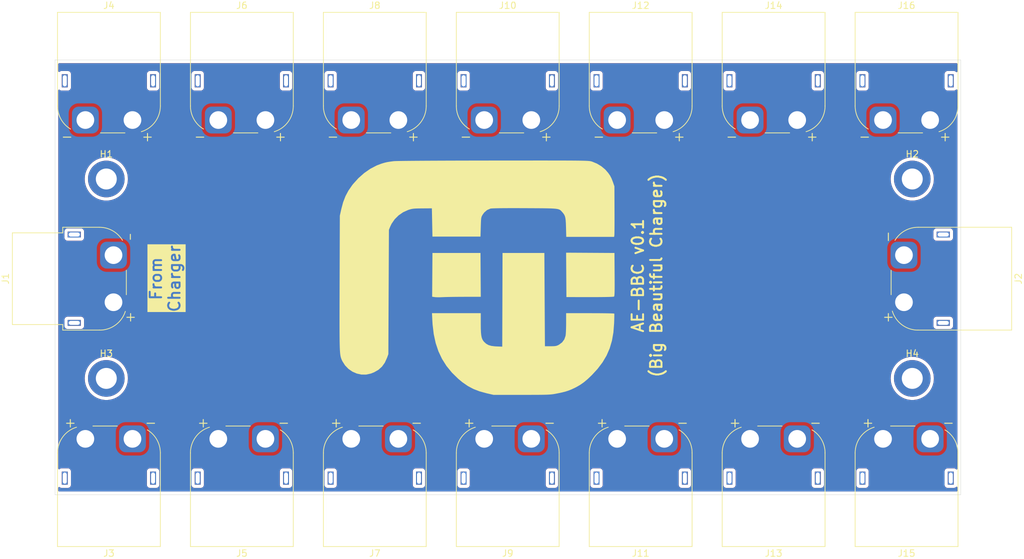
<source format=kicad_pcb>
(kicad_pcb (version 20240108) (generator "pcbnew") (generator_version "8.0")
  (title_block (date "2024-09-04"))
  (layers (0 "F.Cu" signal) (31 "B.Cu" signal) (34 "B.Paste" user) (35 "F.Paste" user) (36 "B.SilkS" user "B.Silkscreen") (37 "F.SilkS" user "F.Silkscreen") (38 "B.Mask" user) (39 "F.Mask" user) (44 "Edge.Cuts" user))
  (net 0 "")
  (net 1 "Net-(J1-Pin_1)")
  (net 2 "Net-(J1-Pin_2)")
  (footprint "Acea:AMASS_XT60PW-M_1x02_P7.20mm_Horizontal" (layer "F.Cu") (at 247.84 166.720001 180)
    (property "Reference" "J13" (at 3.6 -17.5 180) (layer "F.SilkS"))
    (property "Value" "Conn_01x02_Pin")
    (fp_line (start 11.46 -16.46) (end 11.46 -2.15) (stroke (width 0.12)) (layer "F.SilkS"))
    (fp_line (start 2.31 1.96) (end 6.05 1.96) (stroke (width 0.12)) (layer "F.SilkS"))
    (fp_line (start -4.26 -16.460001) (end 11.46 -16.46) (stroke (width 0.12)) (layer "F.SilkS"))
    (fp_line (start -4.26 -16.460001) (end -4.259999 -2.15) (stroke (width 0.12)) (layer "F.SilkS"))
    (fp_arc (start 11.46 -2.15) (mid 10.653852 0.294722) (end 8.551648 1.780413) (stroke (width 0.12)) (layer "F.SilkS"))
    (fp_arc (start -2.266806 1.372958) (mid -3.727162 -0.126139) (end -4.259999 -2.15) (stroke (width 0.12)) (layer "F.SilkS"))
    (fp_text user "+" (at 9.499999 2.5 180) (layer "F.SilkS") (effects (font (size 1.5 1.5))))
    (fp_text user "-" (at -2.8 2.5 180) (layer "F.SilkS") (effects (font (size 1.5 1.5))))
    (pad "" thru_hole rect (at -3.15 -6 180) (size 0.9 2) (drill oval 0.6 1.7) (layers "*.Cu" "*.Mask"))
    (pad "" thru_hole rect (at 10.35 -6 180) (size 0.9 2) (drill oval 0.6 1.7) (layers "*.Cu" "*.Mask"))
    (pad "1" thru_hole roundrect (at 0 0 180) (size 4.1 4.1) (drill 2.7) (layers "*.Cu" "*.Mask") (net 1 "Net-(J1-Pin_1)"))
    (pad "2" thru_hole circle (at 7.2 0 180) (size 4.1 4.1) (drill 2.7) (layers "*.Cu" "*.Mask") (net 2 "Net-(J1-Pin_2)"))
  )
  (footprint "Acea:AMASS_XT60PW-M_1x02_P7.20mm_Horizontal" (layer "F.Cu") (at 207.2 166.72 180)
    (property "Reference" "J9" (at 3.6 -17.5 180) (layer "F.SilkS"))
    (property "Value" "Conn_01x02_Pin")
    (fp_line (start 11.46 -16.46) (end 11.46 -2.15) (stroke (width 0.12)) (layer "F.SilkS"))
    (fp_line (start 2.31 1.96) (end 6.05 1.96) (stroke (width 0.12)) (layer "F.SilkS"))
    (fp_line (start -4.26 -16.460001) (end 11.46 -16.46) (stroke (width 0.12)) (layer "F.SilkS"))
    (fp_line (start -4.26 -16.460001) (end -4.259999 -2.15) (stroke (width 0.12)) (layer "F.SilkS"))
    (fp_arc (start 11.46 -2.15) (mid 10.653852 0.294722) (end 8.551648 1.780413) (stroke (width 0.12)) (layer "F.SilkS"))
    (fp_arc (start -2.266806 1.372958) (mid -3.727162 -0.126139) (end -4.259999 -2.15) (stroke (width 0.12)) (layer "F.SilkS"))
    (fp_text user "-" (at -2.8 2.5 180) (layer "F.SilkS") (effects (font (size 1.5 1.5))))
    (fp_text user "+" (at 9.499999 2.5 180) (layer "F.SilkS") (effects (font (size 1.5 1.5))))
    (pad "" thru_hole rect (at -3.15 -6 180) (size 0.9 2) (drill oval 0.6 1.7) (layers "*.Cu" "*.Mask"))
    (pad "" thru_hole rect (at 10.35 -6 180) (size 0.9 2) (drill oval 0.6 1.7) (layers "*.Cu" "*.Mask"))
    (pad "1" thru_hole roundrect (at 0 0 180) (size 4.1 4.1) (drill 2.7) (layers "*.Cu" "*.Mask") (net 1 "Net-(J1-Pin_1)"))
    (pad "2" thru_hole circle (at 7.2 0 180) (size 4.1 4.1) (drill 2.7) (layers "*.Cu" "*.Mask") (net 2 "Net-(J1-Pin_2)"))
  )
  (footprint "MountingHole:MountingHole_3.2mm_M3_DIN965_Pad" (layer "F.Cu") (at 265.43 127)
    (property "Reference" "H2" (at 0 -3.8 0) (layer "F.SilkS"))
    (property "Value" "MountingHole")
    (pad "1" thru_hole circle (at 0 0) (size 5.6 5.6) (drill 3.2) (layers "*.Cu" "*.Mask"))
  )
  (footprint "Acea:AMASS_XT60PW-M_1x02_P7.20mm_Horizontal" (layer "F.Cu") (at 159.360001 117.990001)
    (property "Reference" "J6" (at 3.6 -17.5 0) (layer "F.SilkS"))
    (property "Value" "Conn_01x02_Pin")
    (fp_line (start -4.26 -16.460001) (end -4.259999 -2.15) (stroke (width 0.12)) (layer "F.SilkS"))
    (fp_line (start -4.26 -16.460001) (end 11.46 -16.46) (stroke (width 0.12)) (layer "F.SilkS"))
    (fp_line (start 2.31 1.96) (end 6.05 1.96) (stroke (width 0.12)) (layer "F.SilkS"))
    (fp_line (start 11.46 -16.46) (end 11.46 -2.15) (stroke (width 0.12)) (layer "F.SilkS"))
    (fp_arc (start -2.266806 1.372958) (mid -3.727162 -0.126139) (end -4.259999 -2.15) (stroke (width 0.12)) (layer "F.SilkS"))
    (fp_arc (start 11.46 -2.15) (mid 10.653852 0.294722) (end 8.551648 1.780413) (stroke (width 0.12)) (layer "F.SilkS"))
    (fp_text user "+" (at 9.499999 2.5 0) (layer "F.SilkS") (effects (font (size 1.5 1.5))))
    (fp_text user "-" (at -2.8 2.5 0) (layer "F.SilkS") (effects (font (size 1.5 1.5))))
    (pad "" thru_hole rect (at -3.15 -6) (size 0.9 2) (drill oval 0.6 1.7) (layers "*.Cu" "*.Mask"))
    (pad "" thru_hole rect (at 10.35 -6) (size 0.9 2) (drill oval 0.6 1.7) (layers "*.Cu" "*.Mask"))
    (pad "1" thru_hole roundrect (at 0 0) (size 4.1 4.1) (drill 2.7) (layers "*.Cu" "*.Mask") (net 1 "Net-(J1-Pin_1)"))
    (pad "2" thru_hole circle (at 7.2 0) (size 4.1 4.1) (drill 2.7) (layers "*.Cu" "*.Mask") (net 2 "Net-(J1-Pin_2)"))
  )
  (footprint "MountingHole:MountingHole_3.2mm_M3_DIN965_Pad" (layer "F.Cu") (at 265.43 157.48)
    (property "Reference" "H4" (at 0 -3.8 0) (layer "F.SilkS"))
    (property "Value" "MountingHole")
    (pad "1" thru_hole circle (at 0 0) (size 5.6 5.6) (drill 3.2) (layers "*.Cu" "*.Mask"))
  )
  (footprint "MountingHole:MountingHole_3.2mm_M3_DIN965_Pad" (layer "F.Cu") (at 142.24 127)
    (property "Reference" "H1" (at 0 -3.8 0) (layer "F.SilkS"))
    (property "Value" "MountingHole")
    (pad "1" thru_hole circle (at 0 0) (size 5.6 5.6) (drill 3.2) (layers "*.Cu" "*.Mask"))
  )
  (footprint "Acea:ae_40mm" (layer "F.Cu") (at 199.39 142.24 90)
    (property "Reference" "G***" (hide yes))
    (property "Value" "LOGO" (hide yes))
    (fp_poly (pts (xy 3.930952 -7.30034) (xy 3.930952 0.043197) (xy 0.583163 0.06581) (xy -2.764626 0.088424) (xy -2.768722 -2.396434) (xy -2.771539 -3.086583) (xy -2.777393 -3.766435) (xy -2.785774 -4.403427) (xy -2.796176 -4.964998) (xy -2.808087 -5.41859) (xy -2.820868 -5.729377) (xy -2.83617 -6.14572) (xy -2.836539 -6.543643) (xy -2.822461 -6.860562) (xy -2.811327 -6.961509) (xy -2.753736 -7.345556)) (fill solid) (layer "F.SilkS"))
    (fp_poly (pts (xy 3.930952 20.518707) (xy 0.639584 20.543493) (xy -0.238036 20.548966) (xy -0.957034 20.55066) (xy -1.531546 20.548215) (xy -1.975704 20.541267) (xy -2.303644 20.529455) (xy -2.5295 20.512417) (xy -2.667405 20.489793) (xy -2.731496 20.461218) (xy -2.735105 20.457098) (xy -2.755697 20.343505) (xy -2.773554 20.069034) (xy -2.788425 19.645583) (xy -2.800059 19.085048) (xy -2.808204 18.399323) (xy -2.812611 17.600305) (xy -2.813124 16.760544) (xy -2.807823 13.17517) (xy 0.584091 13.152568) (xy 3.976006 13.129965)) (fill solid) (layer "F.SilkS"))
    (fp_poly (pts (xy -5.270068 0.086395) (xy -6.895884 0.086395) (xy -7.612413 0.092764) (xy -8.181327 0.1149) (xy -8.627432 0.157344) (xy -8.97554 0.224636) (xy -9.250457 0.321318) (xy -9.476993 0.451932) (xy -9.646652 0.589917) (xy -9.937415 0.906657) (xy -10.13983 1.260624) (xy -10.268284 1.6905) (xy -10.337165 2.234977) (xy -10.350851 2.483342) (xy -10.386908 3.368385) (xy 3.930952 3.412585) (xy 3.930952 9.805782) (xy -3.196599 9.84898) (xy -10.32415 9.892177) (xy -10.322777 10.756122) (xy -10.317574 11.168588) (xy -10.297222 11.459141) (xy -10.252271 11.678561) (xy -10.173269 11.87763) (xy -10.081598 12.052041) (xy -9.729111 12.521279) (xy -9.273144 12.855833) (xy -8.728179 13.045122) (xy -8.720421 13.046608) (xy -8.481923 13.075258) (xy -8.110668 13.099815) (xy -7.646675 13.118528) (xy -7.12996 13.129645) (xy -6.770181 13.131973) (xy -5.270068 13.131973) (xy -5.270068 16.798643) (xy -5.271545 17.577031) (xy -5.275765 18.30034) (xy -5.282416 18.950635) (xy -5.291182 19.509981) (xy -5.301748 19.960442) (xy -5.313799 20.284083) (xy -5.327024 20.462968) (xy -5.334864 20.493249) (xy -5.438907 20.499472) (xy -5.685398 20.498866) (xy -6.044151 20.491959) (xy -6.484982 20.479276) (xy -6.82517 20.467284) (xy -8.208295 20.358729) (xy -9.474846 20.136584) (xy -10.645805 19.791824) (xy -11.742159 19.315425) (xy -12.784888 18.69836) (xy -13.794978 17.931605) (xy -14.73407 17.065687) (xy -15.335868 16.435782) (xy -15.822102 15.856303) (xy -16.22343 15.28561) (xy -16.570509 14.682062) (xy -16.739686 14.341497) (xy -16.941658 13.897651) (xy -17.103081 13.491317) (xy -17.238095 13.076418) (xy -17.36084 12.60688) (xy -17.485455 12.036628) (xy -17.55702 11.678188) (xy -17.60171 11.443258) (xy -17.639087 11.223767) (xy -17.669804 11.00209) (xy -17.694512 10.760603) (xy -17.713862 10.481684) (xy -17.728507 10.147709) (xy -17.739099 9.741051) (xy -17.746289 9.24409) (xy -17.750729 8.639201) (xy -17.753071 7.90876) (xy -17.753966 7.035143) (xy -17.754082 6.35) (xy -17.754082 2.030272) (xy -17.508009 0.958654) (xy -17.219713 -0.097563) (xy -16.859053 -1.033363) (xy -16.402917 -1.89395) (xy -15.828189 -2.72453) (xy -15.29789 -3.363482) (xy -14.351507 -4.32981) (xy -13.343615 -5.152413) (xy -12.263336 -5.836136) (xy -11.099791 -6.385818) (xy -9.8421 -6.806302) (xy -8.479383 -7.102431) (xy -7.000762 -7.279047) (xy -6.419136 -7.315217) (xy -5.270068 -7.370325)) (fill solid) (layer "F.SilkS"))
    (fp_poly (pts (xy -5.039091 -21.502218) (xy -3.766631 -21.49933) (xy -2.341176 -21.495195) (xy -0.753141 -21.490085) (xy -0.644583 -21.489727) (xy 9.632993 -21.455819) (xy 10.626531 -21.235875) (xy 11.677108 -20.95524) (xy 12.609134 -20.597302) (xy 13.467435 -20.14101) (xy 14.296837 -19.565312) (xy 14.46298 -19.434163) (xy 15.363759 -18.622189) (xy 16.149247 -17.734302) (xy 16.803762 -16.792133) (xy 17.311622 -15.817311) (xy 17.560242 -15.162245) (xy 17.672952 -14.802725) (xy 17.75603 -14.502985) (xy 17.820398 -14.210514) (xy 17.876983 -13.8728) (xy 17.936707 -13.437332) (xy 17.964634 -13.218366) (xy 17.97456 -13.053417) (xy 17.984178 -12.723097) (xy 17.993444 -12.234824) (xy 18.002309 -11.596018) (xy 18.01073 -10.814097) (xy 18.018659 -9.89648) (xy 18.026049 -8.850583) (xy 18.032856 -7.683829) (xy 18.039032 -6.403633) (xy 18.044531 -5.017414) (xy 18.049308 -3.532591) (xy 18.053316 -1.956582) (xy 18.056508 -0.296806) (xy 18.058839 1.439318) (xy 18.059375 1.987075) (xy 18.061016 3.84464) (xy 18.062405 5.5374) (xy 18.063455 7.073338) (xy 18.064079 8.460438) (xy 18.064189 9.706683) (xy 18.063698 10.820056) (xy 18.062518 11.808542) (xy 18.060562 12.680123) (xy 18.057743 13.442784) (xy 18.053974 14.104507) (xy 18.049166 14.673277) (xy 18.043232 15.157077) (xy 18.036088 15.56389) (xy 18.027642 15.901702) (xy 18.01781 16.178491) (xy 18.006502 16.402246) (xy 17.993632 16.580948) (xy 17.979113 16.722582) (xy 17.962857 16.835131) (xy 17.944776 16.926577) (xy 17.924784 17.004905) (xy 17.902793 17.078099) (xy 17.893927 17.106122) (xy 17.595361 17.832749) (xy 17.187495 18.513057) (xy 16.704864 19.091539) (xy 16.590677 19.200913) (xy 16.150752 19.578045) (xy 15.746668 19.857486) (xy 15.310745 20.079886) (xy 14.796669 20.278445) (xy 14.12551 20.513206) (xy 10.496939 20.52819) (xy 9.712969 20.530481) (xy 8.975921 20.530823) (xy 8.305231 20.52934) (xy 7.720342 20.526154) (xy 7.240689 20.52139) (xy 6.885709 20.515171) (xy 6.674843 20.507621) (xy 6.630782 20.503603) (xy 6.393196 20.464033) (xy 6.393196 13.151911) (xy 7.840306 13.114221) (xy 8.451797 13.09374) (xy 8.921288 13.063417) (xy 9.27955 13.015813) (xy 9.557355 12.943486) (xy 9.785475 12.838995) (xy 9.994684 12.694898) (xy 10.161574 12.552874) (xy 10.284016 12.444432) (xy 10.388383 12.346533) (xy 10.476184 12.245162) (xy 10.548927 12.1263) (xy 10.60812 11.975929) (xy 10.655272 11.780034) (xy 10.691892 11.524595) (xy 10.719487 11.195596) (xy 10.739565 10.779018) (xy 10.753636 10.260846) (xy 10.763207 9.62706) (xy 10.769786 8.863644) (xy 10.774883 7.956581) (xy 10.780005 6.891852) (xy 10.780451 6.801343) (xy 10.784679 5.610901) (xy 10.784895 4.563913) (xy 10.781155 3.664856) (xy 10.773512 2.918208) (xy 10.762022 2.328446) (xy 10.746743 1.900046) (xy 10.727726 1.637486) (xy 10.715839 1.565923) (xy 10.491134 1.046923) (xy 10.119313 0.616766) (xy 9.810952 0.391464) (xy 9.651807 0.29605) (xy 9.50916 0.226323) (xy 9.351807 0.17727) (xy 9.148544 0.143879) (xy 8.868168 0.121136) (xy 8.479474 0.10403) (xy 7.95126 0.087548) (xy 7.911901 0.086395) (xy 6.436394 0.043197) (xy 6.436394 -7.30034) (xy 8.596258 -7.343537) (xy 10.756122 -7.386735) (xy 10.745691 -8.855442) (xy 10.739778 -9.408725) (xy 10.728203 -9.826824) (xy 10.706721 -10.14734) (xy 10.671085 -10.407873) (xy 10.617049 -10.646023) (xy 10.540365 -10.89939) (xy 10.501763 -11.015306) (xy 10.157305 -11.781927) (xy 9.676606 -12.475826) (xy 9.083503 -13.071345) (xy 8.401837 -13.542827) (xy 7.952914 -13.758481) (xy 7.473129 -13.952721) (xy -2.030273 -13.995918) (xy -11.533674 -14.039116) (xy -12.08044 -14.236713) (xy -12.827633 -14.575606) (xy -13.43797 -15.009596) (xy -13.926769 -15.554457) (xy -14.30935 -16.225962) (xy -14.507789 -16.73622) (xy -14.659201 -17.45056) (xy -14.651532 -18.171873) (xy -14.495819 -18.876849) (xy -14.203094 -19.542172) (xy -13.784393 -20.144532) (xy -13.250749 -20.660616) (xy -12.613198 -21.06711) (xy -12.414125 -21.159591) (xy -12.28576 -21.213206) (xy -12.157791 -21.261272) (xy -12.02063 -21.304058) (xy -11.86469 -21.341834) (xy -11.680385 -21.374869) (xy -11.458128 -21.403431) (xy -11.188332 -21.427788) (xy -10.861411 -21.448212) (xy -10.467776 -21.464971) (xy -9.997841 -21.478331) (xy -9.442023 -21.488564) (xy -8.79073 -21.495938) (xy -8.034377 -21.500721) (xy -7.163377 -21.503183) (xy -6.168144 -21.503593)) (fill solid) (layer "F.SilkS"))
  )
  (footprint "Acea:AMASS_XT60PW-M_1x02_P7.20mm_Horizontal" (layer "F.Cu") (at 264.16 138.64 -90)
    (property "Reference" "J2" (at 3.6 -17.5 -90) (layer "F.SilkS"))
    (property "Value" "Conn_01x02_Pin")
    (fp_line (start 2.31 1.96) (end 6.05 1.96) (stroke (width 0.12)) (layer "F.SilkS"))
    (fp_line (start 11.46 -16.46) (end 11.46 -2.15) (stroke (width 0.12)) (layer "F.SilkS"))
    (fp_line (start -4.26 -16.460001) (end -4.259999 -2.15) (stroke (width 0.12)) (layer "F.SilkS"))
    (fp_line (start -4.26 -16.460001) (end 11.46 -16.46) (stroke (width 0.12)) (layer "F.SilkS"))
    (fp_arc (start -2.266806 1.372958) (mid -3.727162 -0.126139) (end -4.259999 -2.15) (stroke (width 0.12)) (layer "F.SilkS"))
    (fp_arc (start 11.46 -2.15) (mid 10.653852 0.294722) (end 8.551648 1.780413) (stroke (width 0.12)) (layer "F.SilkS"))
    (fp_text user "-" (at -2.8 2.5 -90) (layer "F.SilkS") (effects (font (size 1.5 1.5))))
    (fp_text user "+" (at 9.499999 2.5 -90) (layer "F.SilkS") (effects (font (size 1.5 1.5))))
    (pad "" thru_hole rect (at -3.15 -6 270) (size 0.9 2) (drill oval 0.6 1.7) (layers "*.Cu" "*.Mask"))
    (pad "" thru_hole rect (at 10.35 -6 270) (size 0.9 2) (drill oval 0.6 1.7) (layers "*.Cu" "*.Mask"))
    (pad "1" thru_hole roundrect (at 0 0 270) (size 4.1 4.1) (drill 2.7) (layers "*.Cu" "*.Mask") (net 1 "Net-(J1-Pin_1)"))
    (pad "2" thru_hole circle (at 7.2 0 270) (size 4.1 4.1) (drill 2.7) (layers "*.Cu" "*.Mask") (net 2 "Net-(J1-Pin_2)"))
  )
  (footprint "Acea:AMASS_XT60PW-M_1x02_P7.20mm_Horizontal" (layer "F.Cu") (at 220.32 117.990001)
    (property "Reference" "J12" (at 3.6 -17.5 0) (layer "F.SilkS"))
    (property "Value" "Conn_01x02_Pin")
    (fp_line (start -4.26 -16.460001) (end -4.259999 -2.15) (stroke (width 0.12)) (layer "F.SilkS"))
    (fp_line (start -4.26 -16.460001) (end 11.46 -16.46) (stroke (width 0.12)) (layer "F.SilkS"))
    (fp_line (start 2.31 1.96) (end 6.05 1.96) (stroke (width 0.12)) (layer "F.SilkS"))
    (fp_line (start 11.46 -16.46) (end 11.46 -2.15) (stroke (width 0.12)) (layer "F.SilkS"))
    (fp_arc (start -2.266806 1.372958) (mid -3.727162 -0.126139) (end -4.259999 -2.15) (stroke (width 0.12)) (layer "F.SilkS"))
    (fp_arc (start 11.46 -2.15) (mid 10.653852 0.294722) (end 8.551648 1.780413) (stroke (width 0.12)) (layer "F.SilkS"))
    (fp_text user "-" (at -2.8 2.5 0) (layer "F.SilkS") (effects (font (size 1.5 1.5))))
    (fp_text user "+" (at 9.499999 2.5 0) (layer "F.SilkS") (effects (font (size 1.5 1.5))))
    (pad "" thru_hole rect (at -3.15 -6) (size 0.9 2) (drill oval 0.6 1.7) (layers "*.Cu" "*.Mask"))
    (pad "" thru_hole rect (at 10.35 -6) (size 0.9 2) (drill oval 0.6 1.7) (layers "*.Cu" "*.Mask"))
    (pad "1" thru_hole roundrect (at 0 0) (size 4.1 4.1) (drill 2.7) (layers "*.Cu" "*.Mask") (net 1 "Net-(J1-Pin_1)"))
    (pad "2" thru_hole circle (at 7.2 0) (size 4.1 4.1) (drill 2.7) (layers "*.Cu" "*.Mask") (net 2 "Net-(J1-Pin_2)"))
  )
  (footprint "MountingHole:MountingHole_3.2mm_M3_DIN965_Pad" (layer "F.Cu") (at 142.24 157.48)
    (property "Reference" "H3" (at 0 -3.8 0) (layer "F.SilkS"))
    (property "Value" "MountingHole")
    (pad "1" thru_hole circle (at 0 0) (size 5.6 5.6) (drill 3.2) (layers "*.Cu" "*.Mask"))
  )
  (footprint "Acea:AMASS_XT60PW-M_1x02_P7.20mm_Horizontal" (layer "F.Cu") (at 139.040001 117.990001)
    (property "Reference" "J4" (at 3.6 -17.5 0) (layer "F.SilkS"))
    (property "Value" "Conn_01x02_Pin")
    (fp_line (start -4.26 -16.460001) (end -4.259999 -2.15) (stroke (width 0.12)) (layer "F.SilkS"))
    (fp_line (start -4.26 -16.460001) (end 11.46 -16.46) (stroke (width 0.12)) (layer "F.SilkS"))
    (fp_line (start 2.31 1.96) (end 6.05 1.96) (stroke (width 0.12)) (layer "F.SilkS"))
    (fp_line (start 11.46 -16.46) (end 11.46 -2.15) (stroke (width 0.12)) (layer "F.SilkS"))
    (fp_arc (start -2.266806 1.372958) (mid -3.727162 -0.126139) (end -4.259999 -2.15) (stroke (width 0.12)) (layer "F.SilkS"))
    (fp_arc (start 11.46 -2.15) (mid 10.653852 0.294722) (end 8.551648 1.780413) (stroke (width 0.12)) (layer "F.SilkS"))
    (fp_text user "+" (at 9.499999 2.5 0) (layer "F.SilkS") (effects (font (size 1.5 1.5))))
    (fp_text user "-" (at -2.8 2.5 0) (layer "F.SilkS") (effects (font (size 1.5 1.5))))
    (pad "" thru_hole rect (at -3.15 -6) (size 0.9 2) (drill oval 0.6 1.7) (layers "*.Cu" "*.Mask"))
    (pad "" thru_hole rect (at 10.35 -6) (size 0.9 2) (drill oval 0.6 1.7) (layers "*.Cu" "*.Mask"))
    (pad "1" thru_hole roundrect (at 0 0) (size 4.1 4.1) (drill 2.7) (layers "*.Cu" "*.Mask") (net 1 "Net-(J1-Pin_1)"))
    (pad "2" thru_hole circle (at 7.2 0) (size 4.1 4.1) (drill 2.7) (layers "*.Cu" "*.Mask") (net 2 "Net-(J1-Pin_2)"))
  )
  (footprint "Acea:AMASS_XT60PW-M_1x02_P7.20mm_Horizontal" (layer "F.Cu") (at 260.96 117.99)
    (property "Reference" "J16" (at 3.6 -17.5 0) (layer "F.SilkS"))
    (property "Value" "Conn_01x02_Pin")
    (fp_line (start -4.26 -16.460001) (end -4.259999 -2.15) (stroke (width 0.12)) (layer "F.SilkS"))
    (fp_line (start -4.26 -16.460001) (end 11.46 -16.46) (stroke (width 0.12)) (layer "F.SilkS"))
    (fp_line (start 2.31 1.96) (end 6.05 1.96) (stroke (width 0.12)) (layer "F.SilkS"))
    (fp_line (start 11.46 -16.46) (end 11.46 -2.15) (stroke (width 0.12)) (layer "F.SilkS"))
    (fp_arc (start -2.266806 1.372958) (mid -3.727162 -0.126139) (end -4.259999 -2.15) (stroke (width 0.12)) (layer "F.SilkS"))
    (fp_arc (start 11.46 -2.15) (mid 10.653852 0.294722) (end 8.551648 1.780413) (stroke (width 0.12)) (layer "F.SilkS"))
    (fp_text user "-" (at -2.8 2.5 0) (layer "F.SilkS") (effects (font (size 1.5 1.5))))
    (fp_text user "+" (at 9.499999 2.5 0) (layer "F.SilkS") (effects (font (size 1.5 1.5))))
    (pad "" thru_hole rect (at -3.15 -6) (size 0.9 2) (drill oval 0.6 1.7) (layers "*.Cu" "*.Mask"))
    (pad "" thru_hole rect (at 10.35 -6) (size 0.9 2) (drill oval 0.6 1.7) (layers "*.Cu" "*.Mask"))
    (pad "1" thru_hole roundrect (at 0 0) (size 4.1 4.1) (drill 2.7) (layers "*.Cu" "*.Mask") (net 1 "Net-(J1-Pin_1)"))
    (pad "2" thru_hole circle (at 7.2 0) (size 4.1 4.1) (drill 2.7) (layers "*.Cu" "*.Mask") (net 2 "Net-(J1-Pin_2)"))
  )
  (footprint "Acea:AMASS_XT60PW-M_1x02_P7.20mm_Horizontal" (layer "F.Cu") (at 186.880001 166.720001 180)
    (property "Reference" "J7" (at 3.6 -17.5 180) (layer "F.SilkS"))
    (property "Value" "Conn_01x02_Pin")
    (fp_line (start 11.46 -16.46) (end 11.46 -2.15) (stroke (width 0.12)) (layer "F.SilkS"))
    (fp_line (start 2.31 1.96) (end 6.05 1.96) (stroke (width 0.12)) (layer "F.SilkS"))
    (fp_line (start -4.26 -16.460001) (end 11.46 -16.46) (stroke (width 0.12)) (layer "F.SilkS"))
    (fp_line (start -4.26 -16.460001) (end -4.259999 -2.15) (stroke (width 0.12)) (layer "F.SilkS"))
    (fp_arc (start 11.46 -2.15) (mid 10.653852 0.294722) (end 8.551648 1.780413) (stroke (width 0.12)) (layer "F.SilkS"))
    (fp_arc (start -2.266806 1.372958) (mid -3.727162 -0.126139) (end -4.259999 -2.15) (stroke (width 0.12)) (layer "F.SilkS"))
    (fp_text user "+" (at 9.499999 2.5 180) (layer "F.SilkS") (effects (font (size 1.5 1.5))))
    (fp_text user "-" (at -2.8 2.5 180) (layer "F.SilkS") (effects (font (size 1.5 1.5))))
    (pad "" thru_hole rect (at -3.15 -6 180) (size 0.9 2) (drill oval 0.6 1.7) (layers "*.Cu" "*.Mask"))
    (pad "" thru_hole rect (at 10.35 -6 180) (size 0.9 2) (drill oval 0.6 1.7) (layers "*.Cu" "*.Mask"))
    (pad "1" thru_hole roundrect (at 0 0 180) (size 4.1 4.1) (drill 2.7) (layers "*.Cu" "*.Mask") (net 1 "Net-(J1-Pin_1)"))
    (pad "2" thru_hole circle (at 7.2 0 180) (size 4.1 4.1) (drill 2.7) (layers "*.Cu" "*.Mask") (net 2 "Net-(J1-Pin_2)"))
  )
  (footprint "Acea:AMASS_XT60PW-M_1x02_P7.20mm_Horizontal" (layer "F.Cu") (at 200.000001 117.99)
    (property "Reference" "J10" (at 3.6 -17.5 0) (layer "F.SilkS"))
    (property "Value" "Conn_01x02_Pin")
    (fp_line (start -4.26 -16.460001) (end -4.259999 -2.15) (stroke (width 0.12)) (layer "F.SilkS"))
    (fp_line (start -4.26 -16.460001) (end 11.46 -16.46) (stroke (width 0.12)) (layer "F.SilkS"))
    (fp_line (start 2.31 1.96) (end 6.05 1.96) (stroke (width 0.12)) (layer "F.SilkS"))
    (fp_line (start 11.46 -16.46) (end 11.46 -2.15) (stroke (width 0.12)) (layer "F.SilkS"))
    (fp_arc (start -2.266806 1.372958) (mid -3.727162 -0.126139) (end -4.259999 -2.15) (stroke (width 0.12)) (layer "F.SilkS"))
    (fp_arc (start 11.46 -2.15) (mid 10.653852 0.294722) (end 8.551648 1.780413) (stroke (width 0.12)) (layer "F.SilkS"))
    (fp_text user "+" (at 9.499999 2.5 0) (layer "F.SilkS") (effects (font (size 1.5 1.5))))
    (fp_text user "-" (at -2.8 2.5 0) (layer "F.SilkS") (effects (font (size 1.5 1.5))))
    (pad "" thru_hole rect (at -3.15 -6) (size 0.9 2) (drill oval 0.6 1.7) (layers "*.Cu" "*.Mask"))
    (pad "" thru_hole rect (at 10.35 -6) (size 0.9 2) (drill oval 0.6 1.7) (layers "*.Cu" "*.Mask"))
    (pad "1" thru_hole roundrect (at 0 0) (size 4.1 4.1) (drill 2.7) (layers "*.Cu" "*.Mask") (net 1 "Net-(J1-Pin_1)"))
    (pad "2" thru_hole circle (at 7.2 0) (size 4.1 4.1) (drill 2.7) (layers "*.Cu" "*.Mask") (net 2 "Net-(J1-Pin_2)"))
  )
  (footprint "Acea:AMASS_XT60PW-M_1x02_P7.20mm_Horizontal" (layer "F.Cu") (at 240.640001 117.990001)
    (property "Reference" "J14" (at 3.6 -17.5 0) (layer "F.SilkS"))
    (property "Value" "Conn_01x02_Pin")
    (fp_line (start -4.26 -16.460001) (end -4.259999 -2.15) (stroke (width 0.12)) (layer "F.SilkS"))
    (fp_line (start -4.26 -16.460001) (end 11.46 -16.46) (stroke (width 0.12)) (layer "F.SilkS"))
    (fp_line (start 2.31 1.96) (end 6.05 1.96) (stroke (width 0.12)) (layer "F.SilkS"))
    (fp_line (start 11.46 -16.46) (end 11.46 -2.15) (stroke (width 0.12)) (layer "F.SilkS"))
    (fp_arc (start -2.266806 1.372958) (mid -3.727162 -0.126139) (end -4.259999 -2.15) (stroke (width 0.12)) (layer "F.SilkS"))
    (fp_arc (start 11.46 -2.15) (mid 10.653852 0.294722) (end 8.551648 1.780413) (stroke (width 0.12)) (layer "F.SilkS"))
    (fp_text user "-" (at -2.8 2.5 0) (layer "F.SilkS") (effects (font (size 1.5 1.5))))
    (fp_text user "+" (at 9.499999 2.5 0) (layer "F.SilkS") (effects (font (size 1.5 1.5))))
    (pad "" thru_hole rect (at -3.15 -6) (size 0.9 2) (drill oval 0.6 1.7) (layers "*.Cu" "*.Mask"))
    (pad "" thru_hole rect (at 10.35 -6) (size 0.9 2) (drill oval 0.6 1.7) (layers "*.Cu" "*.Mask"))
    (pad "1" thru_hole roundrect (at 0 0) (size 4.1 4.1) (drill 2.7) (layers "*.Cu" "*.Mask") (net 1 "Net-(J1-Pin_1)"))
    (pad "2" thru_hole circle (at 7.2 0) (size 4.1 4.1) (drill 2.7) (layers "*.Cu" "*.Mask") (net 2 "Net-(J1-Pin_2)"))
  )
  (footprint "Acea:AMASS_XT60PW-F_1x02_P7.20mm_Horizontal" (layer "F.Cu") (at 143.34 138.64 90)
    (property "Reference" "J1" (at -3.6 -16.499999 -90) (layer "F.SilkS"))
    (property "Value" "Conn_01x02_Pin")
    (fp_line (start 3.41 -15.46) (end 3.410001 -7.76) (stroke (width 0.12)) (layer "F.SilkS"))
    (fp_line (start -10.61 -15.46) (end 3.41 -15.46) (stroke (width 0.12)) (layer "F.SilkS"))
    (fp_line (start -10.61 -15.46) (end -10.61 -7.760001) (stroke (width 0.12)) (layer "F.SilkS"))
    (fp_line (start 4.26 -7.760001) (end 4.259999 -2.15) (stroke (width 0.12)) (layer "F.SilkS"))
    (fp_line (start 3.410001 -7.76) (end 4.26 -7.760001) (stroke (width 0.12)) (layer "F.SilkS"))
    (fp_line (start -11.46 -7.76) (end -10.61 -7.760001) (stroke (width 0.12)) (layer "F.SilkS"))
    (fp_line (start -11.46 -7.76) (end -11.46 -2.15) (stroke (width 0.12)) (layer "F.SilkS"))
    (fp_line (start -6.05 1.96) (end -2.31 1.96) (stroke (width 0.12)) (layer "F.SilkS"))
    (fp_arc (start 4.259999 -2.15) (mid 3.727161 -0.126139) (end 2.266806 1.372958) (stroke (width 0.12)) (layer "F.SilkS"))
    (fp_arc (start -8.5899 1.808718) (mid -10.677645 0.302568) (end -11.46 -2.15) (stroke (width 0.12)) (layer "F.SilkS"))
    (fp_text user "+" (at -9.499999 2.5 -90) (layer "F.SilkS") (effects (font (size 1.5 1.5))))
    (fp_text user "-" (at 2.8 2.5 -90) (layer "F.SilkS"))
    (pad "" thru_hole rect (at -10.35 -6 90) (size 0.9 2) (drill oval 0.6 1.7) (layers "*.Cu" "*.Mask"))
    (pad "" thru_hole rect (at 3.15 -6 90) (size 0.9 2) (drill oval 0.6 1.7) (layers "*.Cu" "*.Mask"))
    (pad "1" thru_hole roundrect (at 0 0 90) (size 4.1 4.1) (drill 2.7) (layers "*.Cu" "*.Mask") (net 1 "Net-(J1-Pin_1)"))
    (pad "2" thru_hole circle (at -7.2 0 90) (size 4.1 4.1) (drill 2.7) (layers "*.Cu" "*.Mask") (net 2 "Net-(J1-Pin_2)"))
  )
  (footprint "Acea:AMASS_XT60PW-M_1x02_P7.20mm_Horizontal" (layer "F.Cu") (at 179.68 117.99)
    (property "Reference" "J8" (at 3.6 -17.5 0) (layer "F.SilkS"))
    (property "Value" "Conn_01x02_Pin")
    (fp_line (start -4.26 -16.460001) (end -4.259999 -2.15) (stroke (width 0.12)) (layer "F.SilkS"))
    (fp_line (start -4.26 -16.460001) (end 11.46 -16.46) (stroke (width 0.12)) (layer "F.SilkS"))
    (fp_line (start 2.31 1.96) (end 6.05 1.96) (stroke (width 0.12)) (layer "F.SilkS"))
    (fp_line (start 11.46 -16.46) (end 11.46 -2.15) (stroke (width 0.12)) (layer "F.SilkS"))
    (fp_arc (start -2.266806 1.372958) (mid -3.727162 -0.126139) (end -4.259999 -2.15) (stroke (width 0.12)) (layer "F.SilkS"))
    (fp_arc (start 11.46 -2.15) (mid 10.653852 0.294722) (end 8.551648 1.780413) (stroke (width 0.12)) (layer "F.SilkS"))
    (fp_text user "-" (at -2.8 2.5 0) (layer "F.SilkS") (effects (font (size 1.5 1.5))))
    (fp_text user "+" (at 9.499999 2.5 0) (layer "F.SilkS") (effects (font (size 1.5 1.5))))
    (pad "" thru_hole rect (at -3.15 -6) (size 0.9 2) (drill oval 0.6 1.7) (layers "*.Cu" "*.Mask"))
    (pad "" thru_hole rect (at 10.35 -6) (size 0.9 2) (drill oval 0.6 1.7) (layers "*.Cu" "*.Mask"))
    (pad "1" thru_hole roundrect (at 0 0) (size 4.1 4.1) (drill 2.7) (layers "*.Cu" "*.Mask") (net 1 "Net-(J1-Pin_1)"))
    (pad "2" thru_hole circle (at 7.2 0) (size 4.1 4.1) (drill 2.7) (layers "*.Cu" "*.Mask") (net 2 "Net-(J1-Pin_2)"))
  )
  (footprint "Acea:AMASS_XT60PW-M_1x02_P7.20mm_Horizontal" (layer "F.Cu") (at 146.240001 166.72 180)
    (property "Reference" "J3" (at 3.6 -17.5 180) (layer "F.SilkS"))
    (property "Value" "Conn_01x02_Pin")
    (fp_line (start 11.46 -16.46) (end 11.46 -2.15) (stroke (width 0.12)) (layer "F.SilkS"))
    (fp_line (start 2.31 1.96) (end 6.05 1.96) (stroke (width 0.12)) (layer "F.SilkS"))
    (fp_line (start -4.26 -16.460001) (end 11.46 -16.46) (stroke (width 0.12)) (layer "F.SilkS"))
    (fp_line (start -4.26 -16.460001) (end -4.259999 -2.15) (stroke (width 0.12)) (layer "F.SilkS"))
    (fp_arc (start 11.46 -2.15) (mid 10.653852 0.294722) (end 8.551648 1.780413) (stroke (width 0.12)) (layer "F.SilkS"))
    (fp_arc (start -2.266806 1.372958) (mid -3.727162 -0.126139) (end -4.259999 -2.15) (stroke (width 0.12)) (layer "F.SilkS"))
    (fp_text user "-" (at -2.8 2.5 180) (layer "F.SilkS") (effects (font (size 1.5 1.5))))
    (fp_text user "+" (at 9.499999 2.5 180) (layer "F.SilkS") (effects (font (size 1.5 1.5))))
    (pad "" thru_hole rect (at -3.15 -6 180) (size 0.9 2) (drill oval 0.6 1.7) (layers "*.Cu" "*.Mask"))
    (pad "" thru_hole rect (at 10.35 -6 180) (size 0.9 2) (drill oval 0.6 1.7) (layers "*.Cu" "*.Mask"))
    (pad "1" thru_hole roundrect (at 0 0 180) (size 4.1 4.1) (drill 2.7) (layers "*.Cu" "*.Mask") (net 1 "Net-(J1-Pin_1)"))
    (pad "2" thru_hole circle (at 7.2 0 180) (size 4.1 4.1) (drill 2.7) (layers "*.Cu" "*.Mask") (net 2 "Net-(J1-Pin_2)"))
  )
  (footprint "Acea:AMASS_XT60PW-M_1x02_P7.20mm_Horizontal" (layer "F.Cu") (at 268.16 166.720001 180)
    (property "Reference" "J15" (at 3.6 -17.5 180) (layer "F.SilkS"))
    (property "Value" "Conn_01x02_Pin")
    (fp_line (start 11.46 -16.46) (end 11.46 -2.15) (stroke (width 0.12)) (layer "F.SilkS"))
    (fp_line (start 2.31 1.96) (end 6.05 1.96) (stroke (width 0.12)) (layer "F.SilkS"))
    (fp_line (start -4.26 -16.460001) (end 11.46 -16.46) (stroke (width 0.12)) (layer "F.SilkS"))
    (fp_line (start -4.26 -16.460001) (end -4.259999 -2.15) (stroke (width 0.12)) (layer "F.SilkS"))
    (fp_arc (start 11.46 -2.15) (mid 10.653852 0.294722) (end 8.551648 1.780413) (stroke (width 0.12)) (layer "F.SilkS"))
    (fp_arc (start -2.266806 1.372958) (mid -3.727162 -0.126139) (end -4.259999 -2.15) (stroke (width 0.12)) (layer "F.SilkS"))
    (fp_text user "+" (at 9.499999 2.5 180) (layer "F.SilkS") (effects (font (size 1.5 1.5))))
    (fp_text user "-" (at -2.8 2.5 180) (layer "F.SilkS") (effects (font (size 1.5 1.5))))
    (pad "" thru_hole rect (at -3.15 -6 180) (size 0.9 2) (drill oval 0.6 1.7) (layers "*.Cu" "*.Mask"))
    (pad "" thru_hole rect (at 10.35 -6 180) (size 0.9 2) (drill oval 0.6 1.7) (layers "*.Cu" "*.Mask"))
    (pad "1" thru_hole roundrect (at 0 0 180) (size 4.1 4.1) (drill 2.7) (layers "*.Cu" "*.Mask") (net 1 "Net-(J1-Pin_1)"))
    (pad "2" thru_hole circle (at 7.2 0 180) (size 4.1 4.1) (drill 2.7) (layers "*.Cu" "*.Mask") (net 2 "Net-(J1-Pin_2)"))
  )
  (footprint "Acea:AMASS_XT60PW-M_1x02_P7.20mm_Horizontal" (layer "F.Cu") (at 227.520001 166.72 180)
    (property "Reference" "J11" (at 3.6 -17.5 180) (layer "F.SilkS"))
    (property "Value" "Conn_01x02_Pin")
    (fp_line (start 11.46 -16.46) (end 11.46 -2.15) (stroke (width 0.12)) (layer "F.SilkS"))
    (fp_line (start 2.31 1.96) (end 6.05 1.96) (stroke (width 0.12)) (layer "F.SilkS"))
    (fp_line (start -4.26 -16.460001) (end 11.46 -16.46) (stroke (width 0.12)) (layer "F.SilkS"))
    (fp_line (start -4.26 -16.460001) (end -4.259999 -2.15) (stroke (width 0.12)) (layer "F.SilkS"))
    (fp_arc (start 11.46 -2.15) (mid 10.653852 0.294722) (end 8.551648 1.780413) (stroke (width 0.12)) (layer "F.SilkS"))
    (fp_arc (start -2.266806 1.372958) (mid -3.727162 -0.126139) (end -4.259999 -2.15) (stroke (width 0.12)) (layer "F.SilkS"))
    (fp_text user "+" (at 9.499999 2.5 180) (layer "F.SilkS") (effects (font (size 1.5 1.5))))
    (fp_text user "-" (at -2.8 2.5 180) (layer "F.SilkS") (effects (font (size 1.5 1.5))))
    (pad "" thru_hole rect (at -3.15 -6 180) (size 0.9 2) (drill oval 0.6 1.7) (layers "*.Cu" "*.Mask"))
    (pad "" thru_hole rect (at 10.35 -6 180) (size 0.9 2) (drill oval 0.6 1.7) (layers "*.Cu" "*.Mask"))
    (pad "1" thru_hole roundrect (at 0 0 180) (size 4.1 4.1) (drill 2.7) (layers "*.Cu" "*.Mask") (net 1 "Net-(J1-Pin_1)"))
    (pad "2" thru_hole circle (at 7.2 0 180) (size 4.1 4.1) (drill 2.7) (layers "*.Cu" "*.Mask") (net 2 "Net-(J1-Pin_2)"))
  )
  (footprint "Acea:AMASS_XT60PW-M_1x02_P7.20mm_Horizontal" (layer "F.Cu") (at 166.56 166.720001 180)
    (property "Reference" "J5" (at 3.6 -17.5 180) (layer "F.SilkS"))
    (property "Value" "Conn_01x02_Pin")
    (fp_line (start 11.46 -16.46) (end 11.46 -2.15) (stroke (width 0.12)) (layer "F.SilkS"))
    (fp_line (start 2.31 1.96) (end 6.05 1.96) (stroke (width 0.12)) (layer "F.SilkS"))
    (fp_line (start -4.26 -16.460001) (end 11.46 -16.46) (stroke (width 0.12)) (layer "F.SilkS"))
    (fp_line (start -4.26 -16.460001) (end -4.259999 -2.15) (stroke (width 0.12)) (layer "F.SilkS"))
    (fp_arc (start 11.46 -2.15) (mid 10.653852 0.294722) (end 8.551648 1.780413) (stroke (width 0.12)) (layer "F.SilkS"))
    (fp_arc (start -2.266806 1.372958) (mid -3.727162 -0.126139) (end -4.259999 -2.15) (stroke (width 0.12)) (layer "F.SilkS"))
    (fp_text user "-" (at -2.8 2.5 180) (layer "F.SilkS") (effects (font (size 1.5 1.5))))
    (fp_text user "+" (at 9.499999 2.5 180) (layer "F.SilkS") (effects (font (size 1.5 1.5))))
    (pad "" thru_hole rect (at -3.15 -6 180) (size 0.9 2) (drill oval 0.6 1.7) (layers "*.Cu" "*.Mask"))
    (pad "" thru_hole rect (at 10.35 -6 180) (size 0.9 2) (drill oval 0.6 1.7) (layers "*.Cu" "*.Mask"))
    (pad "1" thru_hole roundrect (at 0 0 180) (size 4.1 4.1) (drill 2.7) (layers "*.Cu" "*.Mask") (net 1 "Net-(J1-Pin_1)"))
    (pad "2" thru_hole circle (at 7.2 0 180) (size 4.1 4.1) (drill 2.7) (layers "*.Cu" "*.Mask") (net 2 "Net-(J1-Pin_2)"))
  )
  (gr_line (start 134.404 175.26) (end 134.404 108.807815) (stroke (width 0.05)) (layer "Edge.Cuts"))
  (gr_line (start 272.834 175.26) (end 272.834 108.807815) (stroke (width 0.05)) (layer "Edge.Cuts"))
  (gr_line (start 134.404 108.807815) (end 272.834 108.807815) (stroke (width 0.05)) (layer "Edge.Cuts"))
  (gr_line (start 134.404 175.26) (end 272.834 175.26) (stroke (width 0.05)) (layer "Edge.Cuts"))
  (gr_text "From\nCharger" (at 153.67 142.24 90) (layer "F.SilkS" knockout) (effects (font (size 1.75 1.75) (thickness 0.3) (bold yes)) (justify bottom)))
  (gr_text "AE-BBC v0.1\n(Big Beautiful Charger)" (at 227.33 141.751382 90) (layer "F.SilkS") (effects (font (size 1.75 1.75) (thickness 0.3) (bold yes)) (justify bottom)))
  (zone (net 1) (net_name "Net-(J1-Pin_1)") (layer "F.Cu") (connect_pads yes (clearance 0.5)) (min_thickness 0.25) (fill yes (thermal_gap 0.5) (thermal_bridge_width 0.5))
    (polygon (pts (xy 133.35 106.68) (xy 274.32 106.68) (xy 274.32 176.53) (xy 273.05 177.8) (xy 133.35 177.8)))
  )
  (zone (net 2) (net_name "Net-(J1-Pin_2)") (layer "B.Cu") (connect_pads yes (clearance 0.5)) (min_thickness 0.25) (fill yes (thermal_gap 0.5) (thermal_bridge_width 0.5))
    (polygon (pts (xy 133.35 105.41) (xy 274.32 105.41) (xy 274.32 175.26) (xy 273.05 176.53) (xy 133.35 176.53)))
  )
)
</source>
